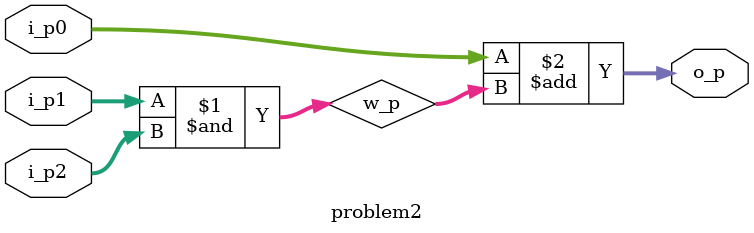
<source format=v>
module problem2(
input [7:0] i_p0,
input [7:0] i_p1,
input [7:0] i_p2,
output wire [7:0] o_p
);
wire [7:0] w_p;
assign w_p = i_p1 & i_p2;
assign o_p = i_p0 + w_p;
endmodule
</source>
